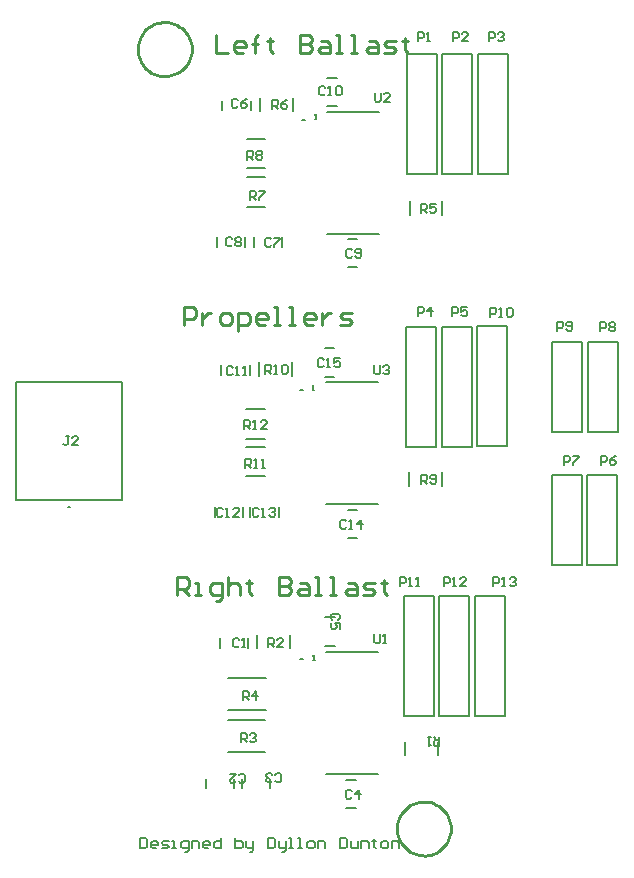
<source format=gto>
G04 Layer_Color=65535*
%FSLAX25Y25*%
%MOIN*%
G70*
G01*
G75*
%ADD32C,0.00787*%
%ADD33C,0.01000*%
%ADD34C,0.00500*%
%ADD35C,0.00600*%
D32*
X408701Y272754D02*
X407913D01*
X408701D01*
X409301Y362854D02*
X408513D01*
X409301D01*
X408701Y182954D02*
X407913D01*
X408701D01*
X331194Y233556D02*
X330406D01*
X331194D01*
X466200Y164100D02*
X476200D01*
X466200D02*
Y204100D01*
X476200Y164100D02*
Y204100D01*
X466200D02*
X476200D01*
X454300Y164100D02*
X464300D01*
X454300D02*
Y204100D01*
X464300Y164100D02*
Y204100D01*
X454300D02*
X464300D01*
X442500Y164100D02*
X452500D01*
X442500D02*
Y204100D01*
X452500Y164100D02*
Y204100D01*
X442500D02*
X452500D01*
X466900Y253900D02*
X476900D01*
X466900D02*
Y293900D01*
X476900Y253900D02*
Y293900D01*
X466900D02*
X476900D01*
X491800Y258800D02*
Y288800D01*
Y258800D02*
X501800D01*
Y288800D01*
X491800D02*
X501800D01*
X503700Y258800D02*
Y288800D01*
Y258800D02*
X513700D01*
Y288800D01*
X503700D02*
X513700D01*
X491700Y214500D02*
Y244500D01*
Y214500D02*
X501700D01*
Y244500D01*
X491700D02*
X501700D01*
X503600Y214500D02*
Y244500D01*
Y214500D02*
X513600D01*
Y244500D01*
X503600D02*
X513600D01*
X455000Y253800D02*
X465000D01*
X455000D02*
Y293800D01*
X465000Y253800D02*
Y293800D01*
X455000D02*
X465000D01*
X443100Y253800D02*
X453100D01*
X443100D02*
Y293800D01*
X453100Y253800D02*
Y293800D01*
X443100D02*
X453100D01*
X467100Y344600D02*
X477100D01*
X467100D02*
Y384600D01*
X477100Y344600D02*
Y384600D01*
X467100D02*
X477100D01*
X455300Y344600D02*
X465300D01*
X455300D02*
Y384600D01*
X465300Y344600D02*
Y384600D01*
X455300D02*
X465300D01*
X443500Y344600D02*
X453500D01*
X443500D02*
Y384600D01*
X453500Y344600D02*
Y384600D01*
X443500D02*
X453500D01*
X416125Y277176D02*
X419275D01*
X416125Y286624D02*
X419275D01*
X423725Y223276D02*
X426875D01*
X423725Y232724D02*
X426875D01*
X391276Y230425D02*
Y233575D01*
X400724Y230425D02*
Y233575D01*
X388924Y230425D02*
Y233575D01*
X379476Y230425D02*
Y233575D01*
X381576Y277725D02*
Y280875D01*
X391024Y277725D02*
Y280875D01*
X416925Y367276D02*
X420075D01*
X416925Y376724D02*
X420075D01*
X423725Y313676D02*
X426875D01*
X423725Y323124D02*
X426875D01*
X380176Y320525D02*
Y323675D01*
X389624Y320525D02*
Y323675D01*
X401824Y320525D02*
Y323675D01*
X392376Y320525D02*
Y323675D01*
X381876Y366025D02*
Y369175D01*
X391324Y366025D02*
Y369175D01*
X416225Y187476D02*
X419375D01*
X416225Y196924D02*
X419375D01*
X423225Y133276D02*
X426375D01*
X423225Y142724D02*
X426375D01*
X388476Y139925D02*
Y143075D01*
X397924Y139925D02*
Y143075D01*
X385824Y139925D02*
Y143075D01*
X376376Y139925D02*
Y143075D01*
X381076Y186725D02*
Y189875D01*
X390524Y186725D02*
Y189875D01*
D33*
X458100Y126500D02*
X458045Y127490D01*
X457882Y128468D01*
X457612Y129422D01*
X457239Y130341D01*
X456767Y131213D01*
X456202Y132028D01*
X455551Y132776D01*
X454821Y133447D01*
X454023Y134035D01*
X453164Y134530D01*
X452256Y134929D01*
X451309Y135225D01*
X450336Y135415D01*
X449348Y135497D01*
X448357Y135469D01*
X447375Y135333D01*
X446413Y135090D01*
X445485Y134742D01*
X444600Y134294D01*
X443770Y133752D01*
X443005Y133122D01*
X442313Y132411D01*
X441704Y131628D01*
X441185Y130783D01*
X440762Y129887D01*
X440440Y128949D01*
X440223Y127981D01*
X440114Y126996D01*
Y126004D01*
X440223Y125019D01*
X440440Y124051D01*
X440762Y123113D01*
X441185Y122216D01*
X441704Y121372D01*
X442313Y120589D01*
X443005Y119878D01*
X443770Y119248D01*
X444600Y118706D01*
X445485Y118258D01*
X446413Y117910D01*
X447375Y117667D01*
X448357Y117531D01*
X449348Y117503D01*
X450336Y117585D01*
X451309Y117775D01*
X452256Y118071D01*
X453164Y118470D01*
X454023Y118965D01*
X454821Y119553D01*
X455551Y120224D01*
X456202Y120972D01*
X456767Y121787D01*
X457239Y122659D01*
X457612Y123578D01*
X457882Y124532D01*
X458045Y125510D01*
X458100Y126500D01*
X371700Y386300D02*
X371645Y387290D01*
X371482Y388268D01*
X371212Y389222D01*
X370839Y390141D01*
X370367Y391013D01*
X369802Y391828D01*
X369151Y392576D01*
X368422Y393247D01*
X367622Y393834D01*
X366764Y394330D01*
X365856Y394729D01*
X364909Y395025D01*
X363936Y395215D01*
X362948Y395297D01*
X361957Y395269D01*
X360975Y395133D01*
X360013Y394890D01*
X359085Y394542D01*
X358200Y394094D01*
X357370Y393552D01*
X356605Y392921D01*
X355913Y392211D01*
X355304Y391428D01*
X354785Y390583D01*
X354362Y389687D01*
X354040Y388749D01*
X353823Y387781D01*
X353714Y386796D01*
Y385804D01*
X353823Y384819D01*
X354040Y383851D01*
X354362Y382913D01*
X354785Y382016D01*
X355304Y381172D01*
X355913Y380389D01*
X356605Y379679D01*
X357370Y379048D01*
X358200Y378506D01*
X359085Y378058D01*
X360013Y377710D01*
X360975Y377467D01*
X361957Y377331D01*
X362948Y377303D01*
X363936Y377385D01*
X364909Y377575D01*
X365856Y377871D01*
X366764Y378270D01*
X367623Y378766D01*
X368422Y379353D01*
X369151Y380024D01*
X369802Y380772D01*
X370367Y381587D01*
X370839Y382459D01*
X371212Y383378D01*
X371482Y384332D01*
X371645Y385310D01*
X371700Y386300D01*
X379700Y390898D02*
Y384900D01*
X383699D01*
X388697D02*
X386698D01*
X385698Y385900D01*
Y387899D01*
X386698Y388899D01*
X388697D01*
X389697Y387899D01*
Y386899D01*
X385698D01*
X392696Y384900D02*
Y389898D01*
Y387899D01*
X391696D01*
X393695D01*
X392696D01*
Y389898D01*
X393695Y390898D01*
X397694Y389898D02*
Y388899D01*
X396694D01*
X398694D01*
X397694D01*
Y385900D01*
X398694Y384900D01*
X407691Y390898D02*
Y384900D01*
X410690D01*
X411690Y385900D01*
Y386899D01*
X410690Y387899D01*
X407691D01*
X410690D01*
X411690Y388899D01*
Y389898D01*
X410690Y390898D01*
X407691D01*
X414689Y388899D02*
X416688D01*
X417688Y387899D01*
Y384900D01*
X414689D01*
X413689Y385900D01*
X414689Y386899D01*
X417688D01*
X419687Y384900D02*
X421686D01*
X420687D01*
Y390898D01*
X419687D01*
X424685Y384900D02*
X426685D01*
X425685D01*
Y390898D01*
X424685D01*
X430684Y388899D02*
X432683D01*
X433682Y387899D01*
Y384900D01*
X430684D01*
X429684Y385900D01*
X430684Y386899D01*
X433682D01*
X435682Y384900D02*
X438681D01*
X439681Y385900D01*
X438681Y386899D01*
X436682D01*
X435682Y387899D01*
X436682Y388899D01*
X439681D01*
X442680Y389898D02*
Y388899D01*
X441680D01*
X443679D01*
X442680D01*
Y385900D01*
X443679Y384900D01*
X366900Y204300D02*
Y210298D01*
X369899D01*
X370899Y209298D01*
Y207299D01*
X369899Y206299D01*
X366900D01*
X368899D02*
X370899Y204300D01*
X372898D02*
X374897D01*
X373898D01*
Y208299D01*
X372898D01*
X379896Y202301D02*
X380895D01*
X381895Y203300D01*
Y208299D01*
X378896D01*
X377896Y207299D01*
Y205300D01*
X378896Y204300D01*
X381895D01*
X383894Y210298D02*
Y204300D01*
Y207299D01*
X384894Y208299D01*
X386894D01*
X387893Y207299D01*
Y204300D01*
X390892Y209298D02*
Y208299D01*
X389893D01*
X391892D01*
X390892D01*
Y205300D01*
X391892Y204300D01*
X400889Y210298D02*
Y204300D01*
X403888D01*
X404888Y205300D01*
Y206299D01*
X403888Y207299D01*
X400889D01*
X403888D01*
X404888Y208299D01*
Y209298D01*
X403888Y210298D01*
X400889D01*
X407887Y208299D02*
X409886D01*
X410886Y207299D01*
Y204300D01*
X407887D01*
X406887Y205300D01*
X407887Y206299D01*
X410886D01*
X412885Y204300D02*
X414885D01*
X413885D01*
Y210298D01*
X412885D01*
X417883Y204300D02*
X419883D01*
X418883D01*
Y210298D01*
X417883D01*
X423882Y208299D02*
X425881D01*
X426881Y207299D01*
Y204300D01*
X423882D01*
X422882Y205300D01*
X423882Y206299D01*
X426881D01*
X428880Y204300D02*
X431879D01*
X432879Y205300D01*
X431879Y206299D01*
X429880D01*
X428880Y207299D01*
X429880Y208299D01*
X432879D01*
X435878Y209298D02*
Y208299D01*
X434878D01*
X436877D01*
X435878D01*
Y205300D01*
X436877Y204300D01*
X369000Y294400D02*
Y300398D01*
X371999D01*
X372999Y299398D01*
Y297399D01*
X371999Y296399D01*
X369000D01*
X374998Y298399D02*
Y294400D01*
Y296399D01*
X375998Y297399D01*
X376997Y298399D01*
X377997D01*
X381996Y294400D02*
X383995D01*
X384995Y295400D01*
Y297399D01*
X383995Y298399D01*
X381996D01*
X380996Y297399D01*
Y295400D01*
X381996Y294400D01*
X386994Y292401D02*
Y298399D01*
X389993D01*
X390993Y297399D01*
Y295400D01*
X389993Y294400D01*
X386994D01*
X395991D02*
X393992D01*
X392992Y295400D01*
Y297399D01*
X393992Y298399D01*
X395991D01*
X396991Y297399D01*
Y296399D01*
X392992D01*
X398990Y294400D02*
X400990D01*
X399990D01*
Y300398D01*
X398990D01*
X403989Y294400D02*
X405988D01*
X404988D01*
Y300398D01*
X403989D01*
X411986Y294400D02*
X409987D01*
X408987Y295400D01*
Y297399D01*
X409987Y298399D01*
X411986D01*
X412986Y297399D01*
Y296399D01*
X408987D01*
X414985Y298399D02*
Y294400D01*
Y296399D01*
X415985Y297399D01*
X416985Y298399D01*
X417984D01*
X420983Y294400D02*
X423982D01*
X424982Y295400D01*
X423982Y296399D01*
X421983D01*
X420983Y297399D01*
X421983Y298399D01*
X424982D01*
D34*
X416339Y275254D02*
X433661D01*
X416339Y234546D02*
X433661D01*
X416939Y365354D02*
X434261D01*
X416939Y324646D02*
X434261D01*
X416339Y185454D02*
X433661D01*
X416339Y144746D02*
X433661D01*
X389829Y266321D02*
X395971D01*
X389829Y256479D02*
X395971D01*
X389929Y253721D02*
X396071D01*
X389929Y243879D02*
X396071D01*
X394267Y277456D02*
Y281944D01*
X405133Y277456D02*
Y281944D01*
X444267Y240856D02*
Y245344D01*
X455133Y240856D02*
Y245344D01*
X390038Y356421D02*
X396180D01*
X390038Y346579D02*
X396180D01*
X390138Y343621D02*
X396280D01*
X390138Y333779D02*
X396280D01*
X394467Y365556D02*
Y370044D01*
X405333Y365556D02*
Y370044D01*
X444367Y331156D02*
Y335644D01*
X455233Y331156D02*
Y335644D01*
X383921Y176615D02*
X396361D01*
X383921Y165985D02*
X396361D01*
X383780Y162715D02*
X396220D01*
X383780Y152085D02*
X396220D01*
X393567Y186656D02*
Y191144D01*
X404433Y186656D02*
Y191144D01*
X442867Y150956D02*
Y155444D01*
X453733Y150956D02*
Y155444D01*
X313084Y275485D02*
X348517D01*
X313084Y236115D02*
X348517D01*
Y275485D01*
X313084Y236115D02*
Y275485D01*
X432500Y280999D02*
Y278500D01*
X433000Y278000D01*
X433999D01*
X434499Y278500D01*
Y280999D01*
X435499Y280499D02*
X435999Y280999D01*
X436999D01*
X437498Y280499D01*
Y279999D01*
X436999Y279500D01*
X436499D01*
X436999D01*
X437498Y279000D01*
Y278500D01*
X436999Y278000D01*
X435999D01*
X435499Y278500D01*
X432700Y371799D02*
Y369300D01*
X433200Y368800D01*
X434199D01*
X434699Y369300D01*
Y371799D01*
X437698Y368800D02*
X435699D01*
X437698Y370799D01*
Y371299D01*
X437198Y371799D01*
X436199D01*
X435699Y371299D01*
X432500Y191299D02*
Y188800D01*
X433000Y188300D01*
X433999D01*
X434499Y188800D01*
Y191299D01*
X435499Y188300D02*
X436499D01*
X435999D01*
Y191299D01*
X435499Y190799D01*
X389200Y259600D02*
Y262599D01*
X390700D01*
X391199Y262099D01*
Y261100D01*
X390700Y260600D01*
X389200D01*
X390200D02*
X391199Y259600D01*
X392199D02*
X393199D01*
X392699D01*
Y262599D01*
X392199Y262099D01*
X396698Y259600D02*
X394698D01*
X396698Y261599D01*
Y262099D01*
X396198Y262599D01*
X395198D01*
X394698Y262099D01*
X389500Y246700D02*
Y249699D01*
X391000D01*
X391499Y249199D01*
Y248200D01*
X391000Y247700D01*
X389500D01*
X390500D02*
X391499Y246700D01*
X392499D02*
X393499D01*
X392999D01*
Y249699D01*
X392499Y249199D01*
X394998Y246700D02*
X395998D01*
X395498D01*
Y249699D01*
X394998Y249199D01*
X396200Y278100D02*
Y281099D01*
X397699D01*
X398199Y280599D01*
Y279599D01*
X397699Y279100D01*
X396200D01*
X397200D02*
X398199Y278100D01*
X399199D02*
X400199D01*
X399699D01*
Y281099D01*
X399199Y280599D01*
X401698D02*
X402198Y281099D01*
X403198D01*
X403698Y280599D01*
Y278600D01*
X403198Y278100D01*
X402198D01*
X401698Y278600D01*
Y280599D01*
X448200Y241500D02*
Y244499D01*
X449699D01*
X450199Y243999D01*
Y243000D01*
X449699Y242500D01*
X448200D01*
X449200D02*
X450199Y241500D01*
X451199Y242000D02*
X451699Y241500D01*
X452699D01*
X453198Y242000D01*
Y243999D01*
X452699Y244499D01*
X451699D01*
X451199Y243999D01*
Y243499D01*
X451699Y243000D01*
X453198D01*
X390200Y349500D02*
Y352499D01*
X391700D01*
X392199Y351999D01*
Y350999D01*
X391700Y350500D01*
X390200D01*
X391200D02*
X392199Y349500D01*
X393199Y351999D02*
X393699Y352499D01*
X394699D01*
X395198Y351999D01*
Y351499D01*
X394699Y350999D01*
X395198Y350500D01*
Y350000D01*
X394699Y349500D01*
X393699D01*
X393199Y350000D01*
Y350500D01*
X393699Y350999D01*
X393199Y351499D01*
Y351999D01*
X393699Y350999D02*
X394699D01*
X391000Y336100D02*
Y339099D01*
X392499D01*
X392999Y338599D01*
Y337599D01*
X392499Y337100D01*
X391000D01*
X392000D02*
X392999Y336100D01*
X393999Y339099D02*
X395998D01*
Y338599D01*
X393999Y336600D01*
Y336100D01*
X398600Y366500D02*
Y369499D01*
X400100D01*
X400599Y368999D01*
Y368000D01*
X400100Y367500D01*
X398600D01*
X399600D02*
X400599Y366500D01*
X403598Y369499D02*
X402599Y368999D01*
X401599Y368000D01*
Y367000D01*
X402099Y366500D01*
X403098D01*
X403598Y367000D01*
Y367500D01*
X403098Y368000D01*
X401599D01*
X448000Y331700D02*
Y334699D01*
X449500D01*
X449999Y334199D01*
Y333200D01*
X449500Y332700D01*
X448000D01*
X449000D02*
X449999Y331700D01*
X452998Y334699D02*
X450999D01*
Y333200D01*
X451999Y333699D01*
X452498D01*
X452998Y333200D01*
Y332200D01*
X452498Y331700D01*
X451499D01*
X450999Y332200D01*
X388641Y169300D02*
Y172299D01*
X390141D01*
X390640Y171799D01*
Y170800D01*
X390141Y170300D01*
X388641D01*
X389641D02*
X390640Y169300D01*
X393140D02*
Y172299D01*
X391640Y170800D01*
X393639D01*
X388100Y155300D02*
Y158299D01*
X389599D01*
X390099Y157799D01*
Y156799D01*
X389599Y156300D01*
X388100D01*
X389100D02*
X390099Y155300D01*
X391099Y157799D02*
X391599Y158299D01*
X392599D01*
X393098Y157799D01*
Y157299D01*
X392599Y156799D01*
X392099D01*
X392599D01*
X393098Y156300D01*
Y155800D01*
X392599Y155300D01*
X391599D01*
X391099Y155800D01*
X397300Y186900D02*
Y189899D01*
X398799D01*
X399299Y189399D01*
Y188400D01*
X398799Y187900D01*
X397300D01*
X398300D02*
X399299Y186900D01*
X402298D02*
X400299D01*
X402298Y188899D01*
Y189399D01*
X401798Y189899D01*
X400799D01*
X400299Y189399D01*
X454300Y156900D02*
Y153901D01*
X452801D01*
X452301Y154401D01*
Y155401D01*
X452801Y155900D01*
X454300D01*
X453300D02*
X452301Y156900D01*
X451301D02*
X450301D01*
X450801D01*
Y153901D01*
X451301Y154401D01*
X472300Y207300D02*
Y210299D01*
X473800D01*
X474299Y209799D01*
Y208800D01*
X473800Y208300D01*
X472300D01*
X475299Y207300D02*
X476299D01*
X475799D01*
Y210299D01*
X475299Y209799D01*
X477798D02*
X478298Y210299D01*
X479298D01*
X479798Y209799D01*
Y209299D01*
X479298Y208800D01*
X478798D01*
X479298D01*
X479798Y208300D01*
Y207800D01*
X479298Y207300D01*
X478298D01*
X477798Y207800D01*
X455700Y207300D02*
Y210299D01*
X457199D01*
X457699Y209799D01*
Y208800D01*
X457199Y208300D01*
X455700D01*
X458699Y207300D02*
X459699D01*
X459199D01*
Y210299D01*
X458699Y209799D01*
X463198Y207300D02*
X461198D01*
X463198Y209299D01*
Y209799D01*
X462698Y210299D01*
X461698D01*
X461198Y209799D01*
X441000Y207300D02*
Y210299D01*
X442499D01*
X442999Y209799D01*
Y208800D01*
X442499Y208300D01*
X441000D01*
X443999Y207300D02*
X444999D01*
X444499D01*
Y210299D01*
X443999Y209799D01*
X446498Y207300D02*
X447498D01*
X446998D01*
Y210299D01*
X446498Y209799D01*
X471200Y297100D02*
Y300099D01*
X472699D01*
X473199Y299599D01*
Y298600D01*
X472699Y298100D01*
X471200D01*
X474199Y297100D02*
X475199D01*
X474699D01*
Y300099D01*
X474199Y299599D01*
X476698D02*
X477198Y300099D01*
X478198D01*
X478698Y299599D01*
Y297600D01*
X478198Y297100D01*
X477198D01*
X476698Y297600D01*
Y299599D01*
X493500Y292400D02*
Y295399D01*
X495000D01*
X495499Y294899D01*
Y293899D01*
X495000Y293400D01*
X493500D01*
X496499Y292900D02*
X496999Y292400D01*
X497999D01*
X498498Y292900D01*
Y294899D01*
X497999Y295399D01*
X496999D01*
X496499Y294899D01*
Y294399D01*
X496999Y293899D01*
X498498D01*
X507900Y292300D02*
Y295299D01*
X509400D01*
X509899Y294799D01*
Y293799D01*
X509400Y293300D01*
X507900D01*
X510899Y294799D02*
X511399Y295299D01*
X512398D01*
X512898Y294799D01*
Y294299D01*
X512398Y293799D01*
X512898Y293300D01*
Y292800D01*
X512398Y292300D01*
X511399D01*
X510899Y292800D01*
Y293300D01*
X511399Y293799D01*
X510899Y294299D01*
Y294799D01*
X511399Y293799D02*
X512398D01*
X495700Y247800D02*
Y250799D01*
X497199D01*
X497699Y250299D01*
Y249300D01*
X497199Y248800D01*
X495700D01*
X498699Y250799D02*
X500698D01*
Y250299D01*
X498699Y248300D01*
Y247800D01*
X508100D02*
Y250799D01*
X509599D01*
X510099Y250299D01*
Y249300D01*
X509599Y248800D01*
X508100D01*
X513098Y250799D02*
X512099Y250299D01*
X511099Y249300D01*
Y248300D01*
X511599Y247800D01*
X512599D01*
X513098Y248300D01*
Y248800D01*
X512599Y249300D01*
X511099D01*
X458600Y297200D02*
Y300199D01*
X460100D01*
X460599Y299699D01*
Y298699D01*
X460100Y298200D01*
X458600D01*
X463598Y300199D02*
X461599D01*
Y298699D01*
X462599Y299199D01*
X463098D01*
X463598Y298699D01*
Y297700D01*
X463098Y297200D01*
X462099D01*
X461599Y297700D01*
X447000Y297400D02*
Y300399D01*
X448499D01*
X448999Y299899D01*
Y298900D01*
X448499Y298400D01*
X447000D01*
X451499Y297400D02*
Y300399D01*
X449999Y298900D01*
X451998D01*
X470800Y389000D02*
Y391999D01*
X472299D01*
X472799Y391499D01*
Y390499D01*
X472299Y390000D01*
X470800D01*
X473799Y391499D02*
X474299Y391999D01*
X475299D01*
X475798Y391499D01*
Y390999D01*
X475299Y390499D01*
X474799D01*
X475299D01*
X475798Y390000D01*
Y389500D01*
X475299Y389000D01*
X474299D01*
X473799Y389500D01*
X458700Y389000D02*
Y391999D01*
X460199D01*
X460699Y391499D01*
Y390499D01*
X460199Y390000D01*
X458700D01*
X463698Y389000D02*
X461699D01*
X463698Y390999D01*
Y391499D01*
X463199Y391999D01*
X462199D01*
X461699Y391499D01*
X447100Y389000D02*
Y391999D01*
X448599D01*
X449099Y391499D01*
Y390499D01*
X448599Y390000D01*
X447100D01*
X450099Y389000D02*
X451099D01*
X450599D01*
Y391999D01*
X450099Y391499D01*
X330899Y257199D02*
X329900D01*
X330399D01*
Y254700D01*
X329900Y254200D01*
X329400D01*
X328900Y254700D01*
X333898Y254200D02*
X331899D01*
X333898Y256199D01*
Y256699D01*
X333399Y257199D01*
X332399D01*
X331899Y256699D01*
X415699Y282699D02*
X415200Y283199D01*
X414200D01*
X413700Y282699D01*
Y280700D01*
X414200Y280200D01*
X415200D01*
X415699Y280700D01*
X416699Y280200D02*
X417699D01*
X417199D01*
Y283199D01*
X416699Y282699D01*
X421198Y283199D02*
X419198D01*
Y281699D01*
X420198Y282199D01*
X420698D01*
X421198Y281699D01*
Y280700D01*
X420698Y280200D01*
X419698D01*
X419198Y280700D01*
X423199Y228999D02*
X422699Y229499D01*
X421700D01*
X421200Y228999D01*
Y227000D01*
X421700Y226500D01*
X422699D01*
X423199Y227000D01*
X424199Y226500D02*
X425199D01*
X424699D01*
Y229499D01*
X424199Y228999D01*
X428198Y226500D02*
Y229499D01*
X426698Y227999D01*
X428698D01*
X393999Y232999D02*
X393499Y233499D01*
X392500D01*
X392000Y232999D01*
Y231000D01*
X392500Y230500D01*
X393499D01*
X393999Y231000D01*
X394999Y230500D02*
X395999D01*
X395499D01*
Y233499D01*
X394999Y232999D01*
X397498D02*
X397998Y233499D01*
X398998D01*
X399498Y232999D01*
Y232499D01*
X398998Y231999D01*
X398498D01*
X398998D01*
X399498Y231500D01*
Y231000D01*
X398998Y230500D01*
X397998D01*
X397498Y231000D01*
X381999Y232999D02*
X381500Y233499D01*
X380500D01*
X380000Y232999D01*
Y231000D01*
X380500Y230500D01*
X381500D01*
X381999Y231000D01*
X382999Y230500D02*
X383999D01*
X383499D01*
Y233499D01*
X382999Y232999D01*
X387498Y230500D02*
X385498D01*
X387498Y232499D01*
Y232999D01*
X386998Y233499D01*
X385998D01*
X385498Y232999D01*
X385399Y280099D02*
X384899Y280599D01*
X383900D01*
X383400Y280099D01*
Y278100D01*
X383900Y277600D01*
X384899D01*
X385399Y278100D01*
X386399Y277600D02*
X387399D01*
X386899D01*
Y280599D01*
X386399Y280099D01*
X388898Y277600D02*
X389898D01*
X389398D01*
Y280599D01*
X388898Y280099D01*
X416199Y373399D02*
X415699Y373899D01*
X414700D01*
X414200Y373399D01*
Y371400D01*
X414700Y370900D01*
X415699D01*
X416199Y371400D01*
X417199Y370900D02*
X418199D01*
X417699D01*
Y373899D01*
X417199Y373399D01*
X419698D02*
X420198Y373899D01*
X421198D01*
X421698Y373399D01*
Y371400D01*
X421198Y370900D01*
X420198D01*
X419698Y371400D01*
Y373399D01*
X425299Y319299D02*
X424799Y319799D01*
X423800D01*
X423300Y319299D01*
Y317300D01*
X423800Y316800D01*
X424799D01*
X425299Y317300D01*
X426299D02*
X426799Y316800D01*
X427799D01*
X428298Y317300D01*
Y319299D01*
X427799Y319799D01*
X426799D01*
X426299Y319299D01*
Y318799D01*
X426799Y318300D01*
X428298D01*
X385199Y323099D02*
X384700Y323599D01*
X383700D01*
X383200Y323099D01*
Y321100D01*
X383700Y320600D01*
X384700D01*
X385199Y321100D01*
X386199Y323099D02*
X386699Y323599D01*
X387699D01*
X388198Y323099D01*
Y322599D01*
X387699Y322099D01*
X388198Y321600D01*
Y321100D01*
X387699Y320600D01*
X386699D01*
X386199Y321100D01*
Y321600D01*
X386699Y322099D01*
X386199Y322599D01*
Y323099D01*
X386699Y322099D02*
X387699D01*
X398299Y322999D02*
X397799Y323499D01*
X396800D01*
X396300Y322999D01*
Y321000D01*
X396800Y320500D01*
X397799D01*
X398299Y321000D01*
X399299Y323499D02*
X401298D01*
Y322999D01*
X399299Y321000D01*
Y320500D01*
X387099Y369199D02*
X386599Y369699D01*
X385600D01*
X385100Y369199D01*
Y367200D01*
X385600Y366700D01*
X386599D01*
X387099Y367200D01*
X390098Y369699D02*
X389099Y369199D01*
X388099Y368199D01*
Y367200D01*
X388599Y366700D01*
X389598D01*
X390098Y367200D01*
Y367700D01*
X389598Y368199D01*
X388099D01*
X420599Y196101D02*
X421099Y196600D01*
Y197600D01*
X420599Y198100D01*
X418600D01*
X418100Y197600D01*
Y196600D01*
X418600Y196101D01*
X421099Y193102D02*
Y195101D01*
X419599D01*
X420099Y194101D01*
Y193601D01*
X419599Y193102D01*
X418600D01*
X418100Y193601D01*
Y194601D01*
X418600Y195101D01*
X425099Y138899D02*
X424600Y139399D01*
X423600D01*
X423100Y138899D01*
Y136900D01*
X423600Y136400D01*
X424600D01*
X425099Y136900D01*
X427598Y136400D02*
Y139399D01*
X426099Y137899D01*
X428098D01*
X399501Y142501D02*
X400000Y142001D01*
X401000D01*
X401500Y142501D01*
Y144500D01*
X401000Y145000D01*
X400000D01*
X399501Y144500D01*
X398501Y142501D02*
X398001Y142001D01*
X397002D01*
X396502Y142501D01*
Y143001D01*
X397002Y143500D01*
X397501D01*
X397002D01*
X396502Y144000D01*
Y144500D01*
X397002Y145000D01*
X398001D01*
X398501Y144500D01*
X387401Y142301D02*
X387900Y141801D01*
X388900D01*
X389400Y142301D01*
Y144300D01*
X388900Y144800D01*
X387900D01*
X387401Y144300D01*
X384402Y144800D02*
X386401D01*
X384402Y142801D01*
Y142301D01*
X384901Y141801D01*
X385901D01*
X386401Y142301D01*
X387499Y189399D02*
X387000Y189899D01*
X386000D01*
X385500Y189399D01*
Y187400D01*
X386000Y186900D01*
X387000D01*
X387499Y187400D01*
X388499Y186900D02*
X389499D01*
X388999D01*
Y189899D01*
X388499Y189399D01*
D35*
X354500Y123499D02*
Y119900D01*
X356299D01*
X356899Y120500D01*
Y122899D01*
X356299Y123499D01*
X354500D01*
X359898Y119900D02*
X358699D01*
X358099Y120500D01*
Y121699D01*
X358699Y122299D01*
X359898D01*
X360498Y121699D01*
Y121100D01*
X358099D01*
X361698Y119900D02*
X363497D01*
X364097Y120500D01*
X363497Y121100D01*
X362298D01*
X361698Y121699D01*
X362298Y122299D01*
X364097D01*
X365297Y119900D02*
X366496D01*
X365896D01*
Y122299D01*
X365297D01*
X369495Y118700D02*
X370095D01*
X370695Y119300D01*
Y122299D01*
X368895D01*
X368296Y121699D01*
Y120500D01*
X368895Y119900D01*
X370695D01*
X371894D02*
Y122299D01*
X373694D01*
X374294Y121699D01*
Y119900D01*
X377293D02*
X376093D01*
X375493Y120500D01*
Y121699D01*
X376093Y122299D01*
X377293D01*
X377892Y121699D01*
Y121100D01*
X375493D01*
X381491Y123499D02*
Y119900D01*
X379692D01*
X379092Y120500D01*
Y121699D01*
X379692Y122299D01*
X381491D01*
X386290Y123499D02*
Y119900D01*
X388089D01*
X388689Y120500D01*
Y121100D01*
Y121699D01*
X388089Y122299D01*
X386290D01*
X389889D02*
Y120500D01*
X390488Y119900D01*
X392288D01*
Y119300D01*
X391688Y118700D01*
X391088D01*
X392288Y119900D02*
Y122299D01*
X397086Y123499D02*
Y119900D01*
X398886D01*
X399485Y120500D01*
Y122899D01*
X398886Y123499D01*
X397086D01*
X400685Y122299D02*
Y120500D01*
X401285Y119900D01*
X403084D01*
Y119300D01*
X402485Y118700D01*
X401885D01*
X403084Y119900D02*
Y122299D01*
X404284Y119900D02*
X405484D01*
X404884D01*
Y123499D01*
X404284D01*
X407283Y119900D02*
X408483D01*
X407883D01*
Y123499D01*
X407283D01*
X410882Y119900D02*
X412081D01*
X412681Y120500D01*
Y121699D01*
X412081Y122299D01*
X410882D01*
X410282Y121699D01*
Y120500D01*
X410882Y119900D01*
X413881D02*
Y122299D01*
X415680D01*
X416280Y121699D01*
Y119900D01*
X421078Y123499D02*
Y119900D01*
X422878D01*
X423478Y120500D01*
Y122899D01*
X422878Y123499D01*
X421078D01*
X424677Y122299D02*
Y120500D01*
X425277Y119900D01*
X427077D01*
Y122299D01*
X428276Y119900D02*
Y122299D01*
X430076D01*
X430675Y121699D01*
Y119900D01*
X432475Y122899D02*
Y122299D01*
X431875D01*
X433075D01*
X432475D01*
Y120500D01*
X433075Y119900D01*
X435474D02*
X436673D01*
X437273Y120500D01*
Y121699D01*
X436673Y122299D01*
X435474D01*
X434874Y121699D01*
Y120500D01*
X435474Y119900D01*
X438473D02*
Y122299D01*
X440272D01*
X440872Y121699D01*
Y119900D01*
X412700Y363000D02*
X413233D01*
X412967D01*
Y364599D01*
X412700Y364333D01*
X412000Y272600D02*
X412533D01*
X412267D01*
Y274200D01*
X412000Y273933D01*
X412300Y182800D02*
X412833D01*
X412567D01*
Y184399D01*
X412300Y184133D01*
M02*

</source>
